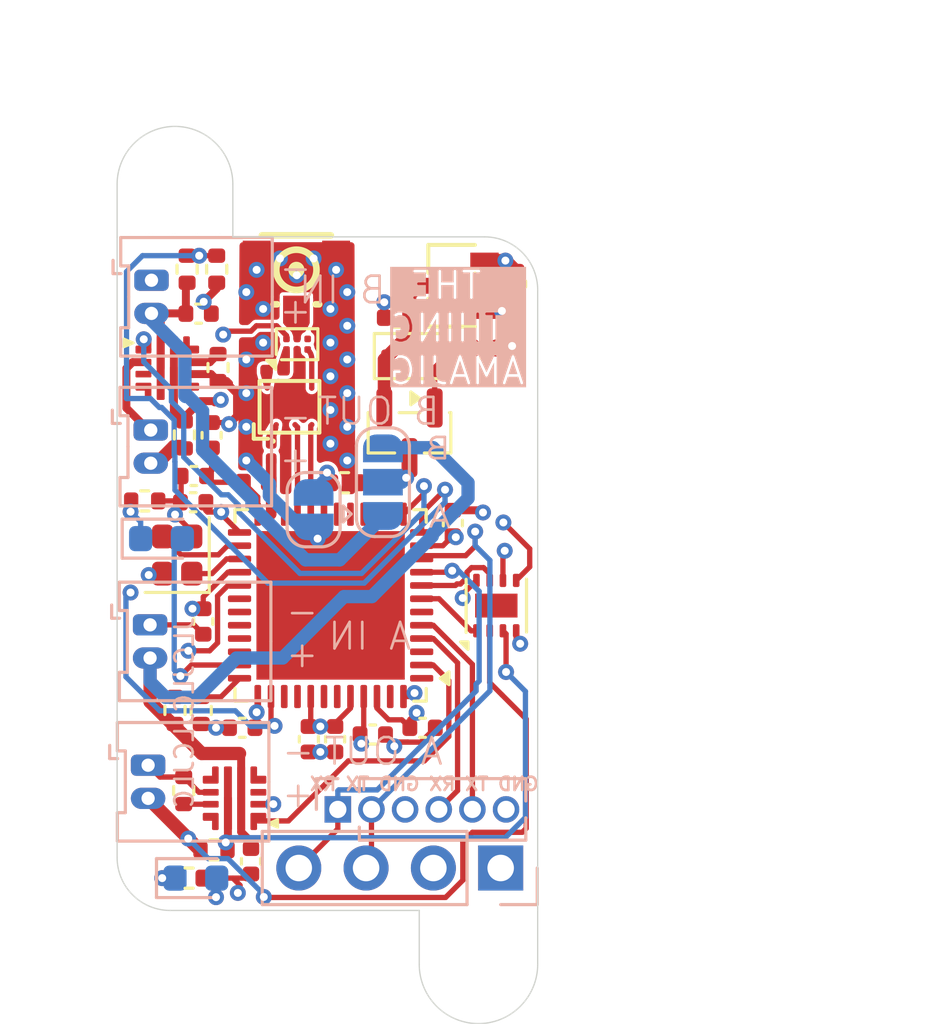
<source format=kicad_pcb>
(kicad_pcb (version 20241229) (generator "pcbnew") (generator_version "9.0")
  (layers (0 "F.Cu" signal) (4 "In1.Cu" signal) (6 "In2.Cu" signal) (2 "B.Cu" signal) (13 "F.Paste" user) (15 "B.Paste" user) (5 "F.SilkS" user "F.Silkscreen") (7 "B.SilkS" user "B.Silkscreen") (1 "F.Mask" user) (3 "B.Mask" user) (25 "Edge.Cuts" user))
  (net 0 "")
  (net 1 "GND")
  (net 2 "+3V3")
  (net 3 "Net-(U2-RFO_out)")
  (net 4 "Net-(D3-K)")
  (net 5 "+12VA")
  (net 6 "Net-(AE1-A)")
  (net 7 "/VFBSMPS")
  (net 8 "+12V")
  (net 9 "Net-(U3-RFO_HP)")
  (net 10 "Net-(D2-K)")
  (net 11 "Net-(JP1-C)")
  (net 12 "/VR_PA")
  (net 13 "/PWR B")
  (net 14 "/BOOTSEL")
  (net 15 "Net-(U2-RFI_P_out)")
  (net 16 "/PWR A")
  (net 17 "Net-(U6-ILM)")
  (net 18 "/LED INDICATION")
  (net 19 "Net-(U2-RFO_in)")
  (net 20 "/PWR A SENS")
  (net 21 "Net-(U5-ILM)")
  (net 22 "Net-(U2-RFI_N_out)")
  (net 25 "Net-(U1-RF2)")
  (net 28 "/OSC_IN")
  (net 36 "/OSC_OUT")
  (net 42 "/PRWA EN")
  (net 46 "/PWRB EN")
  (net 49 "Net-(D3-A)")
  (net 51 "/CURRENT SENSE A")
  (net 53 "/CAM1 TX")
  (net 54 "/CAM1 RX")
  (net 56 "Net-(D1-K)")
  (net 57 "/CAM2 RX")
  (net 58 "/CAM2 TX")
  (net 59 "/CURRENT SENSE B")
  (net 60 "/PWR B SENS")
  (net 61 "/BATT SENSE A")
  (net 62 "/BATT SENSE B")
  (net 63 "Net-(U1-RF1)")
  (net 68 "/RF CTRL")
  (footprint "Panelization:BreakLine_5h_D0.5mm_P0.85mm" (layer "F.Cu") (at 161.0868 119.4816)
    (property "Reference" "REF**" (hide yes))
    (property "Value" "BreakLine_5h_D0.5mm_P0.85mm" (hide yes))
  )
  (footprint "Capacitor_SMD:C_0402_1005Metric" (layer "F.Cu") (at 174.0134 121.6152 -90)
    (property "Reference" "C6" (hide yes))
    (property "Value" "1u")
  )
  (footprint "Resistor_SMD:R_0402_1005Metric" (layer "F.Cu") (at 161.4932 127.3048 -90)
    (property "Reference" "R3" (hide yes))
    (property "Value" "20m")
  )
  (footprint "Diode_SMD:D_SOD-323F" (layer "F.Cu") (at 170.2718 124.333)
    (property "Reference" "D3" (hide yes))
    (property "Value" "D_Zener")
  )
  (footprint "Capacitor_SMD:C_0201_0603Metric" (layer "F.Cu") (at 164.916 124.8651 180)
    (property "Reference" "C2" (hide yes))
    (property "Value" "68p")
  )
  (footprint "easyeda2kicad:CSPG-8_L2.1-W1.8_BALFHB-WL-03D3" (layer "F.Cu") (at 165.46 126.23 90)
    (property "Reference" "U2" (hide yes))
    (property "Value" "BALFHB-WL-02D3")
  )
  (footprint "Capacitor_SMD:C_0402_1005Metric" (layer "F.Cu") (at 171.6264 130.6274 90)
    (property "Reference" "C13" (hide yes))
    (property "Value" "100n")
  )
  (footprint "Capacitor_SMD:C_0402_1005Metric" (layer "F.Cu") (at 166.1908 138.7808 -90)
    (property "Reference" "C9" (hide yes))
    (property "Value" "100n")
  )
  (footprint ".pretty:SOT-23-3_L2.9-W1.6-P1.90-LS2.8-BR" (layer "F.Cu") (at 171.5796 121.6812)
    (property "Reference" "U4" (hide yes))
    (property "Value" "DS8242")
  )
  (footprint "easyeda2kicad:QFN-10-2x2-hotrod" (layer "F.Cu") (at 163.3862 141.0066 180)
    (property "Reference" "U5" (hide yes))
    (property "Value" "TPS25970LRPWR")
  )
  (footprint "Capacitor_SMD:C_0402_1005Metric" (layer "F.Cu") (at 162.0292 122.7328)
    (property "Reference" "C12" (hide yes))
    (property "Value" "1u")
  )
  (footprint "easyeda2kicad:QFN-10-2x2-hotrod" (layer "F.Cu") (at 160.8472 124.7866)
    (property "Reference" "U6" (hide yes))
    (property "Value" "TPS25970LRPWR")
  )
  (footprint "Resistor_SMD:R_0402_1005Metric" (layer "F.Cu") (at 172.845 124.0282)
    (property "Reference" "R10" (hide yes))
    (property "Value" "51k")
  )
  (footprint "Resistor_SMD:R_0402_1005Metric" (layer "F.Cu") (at 167.5384 129.1082 180)
    (property "Reference" "R4" (hide yes))
    (property "Value" "33k")
  )
  (footprint "Capacitor_SMD:C_0402_1005Metric" (layer "F.Cu") (at 163.6762 138.349 180)
    (property "Reference" "C8" (hide yes))
    (property "Value" "100n")
  )
  (footprint "Package_SON:WSON-8-1EP_2x2mm_P0.5mm_EP0.9x1.6mm" (layer "F.Cu") (at 173.2668 133.7412 90)
    (property "Reference" "U7" (hide yes))
    (property "Value" "INA2180")
  )
  (footprint "Resistor_SMD:R_0402_1005Metric" (layer "F.Cu") (at 161.671 144.018)
    (property "Reference" "R1" (hide yes))
    (property "Value" "1k")
  )
  (footprint "Capacitor_SMD:C_0402_1005Metric" (layer "F.Cu") (at 162.52 127.32 -90)
    (property "Reference" "C4" (hide yes))
    (property "Value" "47n")
  )
  (footprint "Resistor_SMD:R_0402_1005Metric" (layer "F.Cu") (at 161.4678 140.716 90)
    (property "Reference" "R6" (hide yes))
    (property "Value" "510")
  )
  (footprint "Capacitor_SMD:C_0402_1005Metric" (layer "F.Cu") (at 169.5176 122.8852 180)
    (property "Reference" "C5" (hide yes))
    (property "Value" "1u")
  )
  (footprint "Package_DFN_QFN:QFN-48-1EP_7x7mm_P0.5mm_EP5.6x5.6mm" (layer "F.Cu") (at 167.0121 133.733 180)
    (property "Reference" "U3" (hide yes))
    (property "Value" "STM32WLE4CCUx")
  )
  (footprint "Resistor_SMD:R_0402_1005Metric" (layer "F.Cu") (at 159.9946 129.794)
    (property "Reference" "R7" (hide yes))
    (property "Value" "1k")
  )
  (footprint "Resistor_SMD:R_0402_1005Metric" (layer "F.Cu") (at 162.1282 137.6954 -90)
    (property "Reference" "R9" (hide yes))
    (property "Value" "51k")
  )
  (footprint "Resistor_SMD:R_0402_1005Metric" (layer "F.Cu") (at 162.7632 124.7648 -90)
    (property "Reference" "R2" (hide yes))
    (property "Value" "510")
  )
  (footprint "Capacitor_SMD:C_0402_1005Metric" (layer "F.Cu") (at 161.8488 128.8542)
    (property "Reference" "C7" (hide yes))
    (property "Value" "47n")
  )
  (footprint "Resistor_SMD:R_0402_1005Metric" (layer "F.Cu") (at 162.7124 121.0564 -90)
    (property "Reference" "R24" (hide yes))
    (property "Value" "51k")
  )
  (footprint "Resistor_SMD:R_0402_1005Metric" (layer "F.Cu") (at 161.1376 137.6954 90)
    (property "Reference" "R8" (hide yes))
    (property "Value" "15k")
  )
  (footprint "Capacitor_SMD:C_0402_1005Metric" (layer "F.Cu") (at 168.6038 138.603)
    (property "Reference" "C18" (hide yes))
    (property "Value" "470n")
  )
  (footprint "Capacitor_SMD:C_0402_1005Metric" (layer "F.Cu") (at 162.2044 134.3406 -90)
    (property "Reference" "C11" (hide yes))
    (property "Value" "100n")
  )
  (footprint "Capacitor_SMD:C_0402_1005Metric" (layer "F.Cu") (at 170.4834 138.349)
    (property "Reference" "C14" (hide yes))
    (property "Value" "100n")
  )
  (footprint "Crystal:Crystal_SMD_2016-4Pin_2.0x1.6mm" (layer "F.Cu") (at 161.2212 131.8354 90)
    (property "Reference" "Y1" (hide yes))
    (property "Value" "32MHz")
  )
  (footprint ".pretty:ANT-SMD_1909763-1" (layer "F.Cu") (at 165.72 121.83 180)
    (property "Reference" "AE1" (hide yes))
    (property "Value" "Antenna_Shield")
  )
  (footprint "Capacitor_SMD:C_0402_1005Metric" (layer "F.Cu") (at 167.1814 138.7808 -90)
    (property "Reference" "C10" (hide yes))
    (property "Value" "100n")
  )
  (footprint "Resistor_SMD:R_0402_1005Metric" (layer "F.Cu") (at 161.5948 121.0564 90)
    (property "Reference" "R23" (hide yes))
    (property "Value" "15k")
  )
  (footprint "Inductor_SMD:L_0402_1005Metric" (layer "F.Cu") (at 164.19 129.09)
    (property "Reference" "L1" (hide yes))
    (property "Value" "47n")
  )
  (footprint "Package_LGA:Infineon_PG-TSNP-6-10_0.7x1.1mm_0.7x1.1mm_P0.4mm" (layer "F.Cu") (at 165.746 123.8851 90)
    (property "Reference" "U1" (hide yes))
    (property "Value" "BGS12P2L6")
  )
  (footprint "Capacitor_SMD:C_0402_1005Metric" (layer "F.Cu") (at 164.0078 143.383 -90)
    (property "Reference" "C1" (hide yes))
    (property "Value" "1u")
  )
  (footprint "Resistor_SMD:R_0402_1005Metric" (layer "F.Cu") (at 162.6108 142.9512 180)
    (property "Reference" "R5" (hide yes))
    (property "Value" "20m")
  )
  (footprint "Panelization:BreakLine_5h_D0.5mm_P0.85mm" (layer "F.Cu") (at 172.6184 145.5928 180)
    (property "Reference" "REF**" (hide yes))
    (property "Value" "BreakLine_5h_D0.5mm_P0.85mm" (hide yes))
  )
  (footprint "Package_TO_SOT_SMD:SOT-23" (layer "F.Cu") (at 169.99 127.2263 -90)
    (property "Reference" "Q1" (hide yes))
    (property "Value" "AO3401A")
  )
  (footprint "Capacitor_SMD:C_0201_0603Metric" (layer "F.Cu") (at 164.77 127.91 -90)
    (property "Reference" "C3" (hide yes))
    (property "Value" "100p")
  )
  (footprint "Capacitor_SMD:C_0402_1005Metric" (layer "F.Cu") (at 161.8234 129.8448 180)
    (property "Reference" "C22" (hide yes))
    (property "Value" "100n")
  )
  (footprint "Connector_PinHeader_1.27mm:PinHeader_1x06_P1.27mm_Vertical" (layer "B.Cu") (at 167.2844 141.4272 -90)
    (property "Reference" "J5" (hide yes))
    (property "Value" "Conn_01x06")
  )
  (footprint "Jumper:SolderJumper-3_P1.3mm_Open_RoundedPad1.0x1.5mm" (layer "B.Cu") (at 168.9862 129.0874 90)
    (property "Reference" "JP1" (hide yes))
    (property "Value" "Jumper")
  )
  (footprint "Connector_Molex:Molex_PicoBlade_53048-0210_1x02_P1.25mm_Horizontal" (layer "B.Cu") (at 160.2232 127.1216 -90)
    (property "Reference" "J3" (hide yes))
    (property "Value" "Power 1")
  )
  (footprint "Connector_Molex:Molex_PicoBlade_53048-0210_1x02_P1.25mm_Horizontal" (layer "B.Cu") (at 160.2504 121.4728 -90)
    (property "Reference" "J1" (hide yes))
    (property "Value" "Power 1")
  )
  (footprint "LED_SMD:LED_0603_1608Metric" (layer "B.Cu") (at 160.6296 131.2164)
    (property "Reference" "D2" (hide yes))
    (property "Value" "LED")
  )
  (footprint "LED_SMD:LED_0603_1608Metric" (layer "B.Cu") (at 161.925 144.018)
    (property "Reference" "D1" (hide yes))
    (property "Value" "LED")
  )
  (footprint "Connector_Molex:Molex_PicoBlade_53048-0210_1x02_P1.25mm_Horizontal" (layer "B.Cu") (at 160.1234 139.7608 -90)
    (property "Reference" "J7" (hide yes))
    (property "Value" "Power 1")
  )
  (footprint "Connector_Molex:Molex_PicoBlade_53048-0210_1x02_P1.25mm_Horizontal" (layer "B.Cu") (at 160.1978 134.4676 -90)
    (property "Reference" "J4" (hide yes))
    (property "Value" "Power 1")
  )
  (footprint "Jumper:SolderJumper-2_P1.3mm_Open_RoundedPad1.0x1.5mm" (layer "B.Cu") (at 166.37 130.1242 90)
    (property "Reference" "J6" (hide yes))
    (property "Value" "Conn_01x02")
  )
  (footprint "MountingHole:MountingHole_2.2mm_M2_DIN965" (layer "B.Cu") (at 172.6184 147.32)
    (property "Reference" "H2" (hide yes))
    (property "Value" "MountingHole")
  )
  (footprint "Connector_PinHeader_2.54mm:PinHeader_1x04_P2.54mm_Vertical" (layer "B.Cu") (at 173.4312 143.637 90)
    (property "Reference" "J2" (hide yes))
    (property "Value" "Conn_01x04")
  )
  (footprint "MountingHole:MountingHole_2.2mm_M2_DIN965" (layer "B.Cu") (at 161.1376 117.856)
    (property "Reference" "H1" (hide yes))
    (property "Value" "MountingHole")
  )
  (gr_line (start 163.322 119.8372) (end 163.322 117.856) (stroke (width 0.05)) (layer "Edge.Cuts"))
  (gr_arc (start 172.8282 119.8372) (mid 174.242414 120.422986) (end 174.8282 121.8372) (stroke (width 0.05)) (layer "Edge.Cuts"))
  (gr_arc (start 160.9532 145.2372) (mid 159.538986 144.651414) (end 158.9532 143.2372) (stroke (width 0.05)) (layer "Edge.Cuts"))
  (gr_arc (start 174.8282 147.2692) (mid 172.593 149.5044) (end 170.3578 147.2692) (stroke (width 0.05)) (layer "Edge.Cuts"))
  (gr_arc (start 158.9532 117.856) (mid 161.1376 115.6716) (end 163.322 117.856) (stroke (width 0.05)) (layer "Edge.Cuts"))
  (gr_line (start 172.8282 119.8372) (end 163.322 119.8372) (stroke (width 0.05)) (layer "Edge.Cuts"))
  (gr_line (start 158.9532 143.2372) (end 158.9532 119.8372) (stroke (width 0.05)) (layer "Edge.Cuts"))
  (gr_line (start 174.8282 145.2372) (end 174.8282 147.2692) (stroke (width 0.05)) (layer "Edge.Cuts"))
  (gr_line (start 170.3578 145.2372) (end 160.9532 145.2372) (stroke (width 0.05)) (layer "Edge.Cuts"))
  (gr_line (start 170.3578 145.2372) (end 170.3578 147.2692) (stroke (width 0.05)) (layer "Edge.Cuts"))
  (gr_line (start 158.9532 119.8372) (end 158.9532 117.856) (stroke (width 0.05)) (layer "Edge.Cuts"))
  (gr_line (start 174.8282 145.2372) (end 174.8282 121.8372) (stroke (width 0.05)) (layer "Edge.Cuts"))
  (gr_text "B IN" (at 169.164 122.428 0) (layer "B.SilkS") (effects (font (size 1 1) (thickness 0.1)) (justify left bottom mirror)))
  (gr_text "-\n+" (at 166.4744 141.4272 0) (layer "B.SilkS") (effects (font (size 1 1) (thickness 0.1)) (justify left bottom mirror)))
  (gr_text "GND TX RX GND TX RX " (at 174.926936 140.761917 0) (layer "B.SilkS") (effects (font (size 0.5 0.5) (thickness 0.1)) (justify left bottom mirror)))
  (gr_text "B\n\nA" (at 171.6278 130.8608 0) (layer "B.SilkS") (effects (font (size 0.8 1) (thickness 0.1)) (justify left bottom mirror)))
  (gr_text "A IN" (at 170.1292 135.4836 0) (layer "B.SilkS") (effects (font (size 1 1) (thickness 0.1)) (justify left bottom mirror)))
  (gr_text "-\n+" (at 166.624 136.144 0) (layer "B.SilkS") (effects (font (size 1 1) (thickness 0.1)) (justify left bottom mirror)))
  (gr_text "THE \nTHING\nAMAJIG\n" (at 169.164 125.476 0) (layer "B.SilkS" knockout) (effects (font (size 1 1) (thickness 0.1)) (justify right bottom mirror)))
  (gr_text "A OUT" (at 171.323 139.827 0) (layer "B.SilkS") (effects (font (size 1 1) (thickness 0.1)) (justify left bottom mirror)))
  (gr_text "-\n+" (at 166.37 123.19 0) (layer "B.SilkS") (effects (font (size 1 1) (thickness 0.1)) (justify left bottom mirror)))
  (gr_text "-\n+" (at 166.37 128.791745 0) (layer "B.SilkS") (effects (font (size 1 1) (thickness 0.1)) (justify left bottom mirror)))
  (gr_text "JLCJLCJLCJLC" (at 161.8978 134.112 90) (layer "B.SilkS") (effects (font (size 0.7 0.7) (thickness 0.1)) (justify left bottom mirror)))
  (gr_text "B OUT" (at 171.196 127 0) (layer "B.SilkS") (effects (font (size 1 1) (thickness 0.1)) (justify left bottom mirror)))
  (segment (start 163.322 144.018) (end 163.593324 144.289324) (width 0.2) (layer "F.Cu") (net 1))
  (segment (start 163.593324 144.289324) (end 163.593324 144.49328) (width 0.2) (layer "F.Cu") (net 1))
  (segment (start 162.5 125.0116) (end 162.7632 125.2748) (width 0.3) (layer "F.Cu") (net 1))
  (segment (start 162.7124 121.5664) (end 162.7124 121.79259) (width 0.3) (layer "F.Cu") (net 1))
  (segment (start 164.845582 141.2316) (end 164.849232 141.22795) (width 0.2) (layer "F.Cu") (net 1))
  (segment (start 166.1908 139.2608) (end 166.624 139.2608) (width 0.2) (layer "F.Cu") (net 1))
  (segment (start 163.083199 125.2748) (end 163.175836 125.367437) (width 0.3) (layer "F.Cu") (net 1))
  (segment (start 162.0434 140.7816) (end 162.4862 140.7816) (width 0.2) (layer "F.Cu") (net 1))
  (segment (start 159.9472 124.5616) (end 159.5374 124.5616) (width 0.3) (layer "F.Cu") (net 1))
  (segment (start 169.926 138.89) (end 170.4224 138.89) (width 0.2) (layer "F.Cu") (net 1))
  (segment (start 173.355 124.0282) (end 173.7868 124.0282) (width 0.2) (layer "F.Cu") (net 1))
  (segment (start 170.4224 138.89) (end 170.9634 138.349) (width 0.2) (layer "F.Cu") (net 1))
  (segment (start 161.3688 128.8542) (end 161.3688 129.8194) (width 0.2) (layer "F.Cu") (net 1))
  (segment (start 162.181 144.018) (end 163.322 144.018) (width 0.2) (layer "F.Cu") (net 1))
  (segment (start 163.175836 125.367437) (end 163.175836 125.44042) (width 0.3) (layer "F.Cu") (net 1))
  (segment (start 161.7472 125.0116) (end 162.5 125.0116) (width 0.3) (layer "F.Cu") (net 1))
  (segment (start 161.8514 134.4676) (end 162.2044 134.8206) (width 0.2) (layer "F.Cu") (net 1))
  (segment (start 163.8528 144.018) (end 164.0078 143.863) (width 0.2) (layer "F.Cu") (net 1))
  (segment (start 169.572654 138.89) (end 169.415758 139.046896) (width 0.2) (layer "F.Cu") (net 1))
  (segment (start 162.7632 125.2748) (end 163.083199 125.2748) (width 0.3) (layer "F.Cu") (net 1))
  (segment (start 163.1962 138.349) (end 162.2718 138.349) (width 0.2) (layer "F.Cu") (net 1))
  (segment (start 173.7718 122.3368) (end 174.0134 122.0952) (width 0.5) (layer "F.Cu") (net 1))
  (segment (start 169.0376 122.3016) (end 169.037 122.301) (width 0.3) (layer "F.Cu") (net 1))
  (segment (start 172.68149 130.1474) (end 172.764255 130.230165) (width 0.3) (layer "F.Cu") (net 1))
  (segment (start 163.480255 126.592585) (end 163.175836 126.897004) (width 0.3) (layer "F.Cu") (net 1))
  (segment (start 163.322 144.018) (end 163.8528 144.018) (width 0.2) (layer "F.Cu") (net 1))
  (segment (start 163.118832 126.84) (end 163.175836 126.897004) (width 0.2) (layer "F.Cu") (net 1))
  (segment (start 162.5092 122.569946) (end 162.222122 122.282868) (width 0.2) (layer "F.Cu") (net 1))
  (segment (start 162.7124 121.79259) (end 162.222122 122.282868) (width 0.3) (layer "F.Cu") (net 1))
  (segment (start 166.624 139.2608) (end 167.1814 139.2608) (width 0.2) (layer "F.Cu") (net 1))
  (segment (start 163.480255 125.744839) (end 163.480255 126.592585) (width 0.3) (layer "F.Cu") (net 1))
  (segment (start 159.5374 124.5616) (end 159.3042 124.7948) (width 0.3) (layer "F.Cu") (net 1))
  (segment (start 162.5092 122.7328) (end 162.5092 122.569946) (width 0.2) (layer "F.Cu") (net 1))
  (segment (start 170.0475 137.1705) (end 170.18 137.038) (width 0.2) (layer "F.Cu") (net 1))
  (segment (start 174.0168 134.6912) (end 174.0168 135.0288) (width 0.2) (layer "F.Cu") (net 1))
  (segment (start 160.6712 132.5354) (end 160.1996 132.5354) (width 0.2) (layer "F.Cu") (net 1))
  (segment (start 169.926 138.89) (end 169.572654 138.89) (width 0.2) (layer "F.Cu") (net 1))
  (segment (start 161.3688 129.8194) (end 161.3434 129.8448) (width 0.2) (layer "F.Cu") (net 1))
  (segment (start 160.1978 134.4676) (end 161.8514 134.4676) (width 0.2) (layer "F.Cu") (net 1))
  (segment (start 163.593324 144.49328) (end 163.510697 144.575907) (width 0.2) (layer "F.Cu") (net 1))
  (segment (start 161.4678 140.206) (end 162.0434 140.7816) (width 0.2) (layer "F.Cu") (net 1))
  (segment (start 161.2926 129.794) (end 161.3434 129.8448) (width 0.2) (layer "F.Cu") (net 1))
  (segment (start 160.5046 129.794) (end 161.2926 129.794) (width 0.2) (layer "F.Cu") (net 1))
  (segment (start 173.7868 124.0282) (end 173.863 123.952) (width 0.2) (layer "F.Cu") (net 1))
  (segment (start 164.2862 141.2316) (end 164.845582 141.2316) (width 0.2) (layer "F.Cu") (net 1))
  (segment (start 172.8196 122.6312) (end 173.4774 122.6312) (width 0.5) (layer "F.Cu") (net 1))
  (segment (start 161.4678 140.206) (end 160.5686 140.206) (width 0.2) (layer "F.Cu") (net 1))
  (segment (start 161.7712 130.94044) (end 161.140516 130.309755) (width 0.2) (layer "F.Cu") (net 1))
  (segment (start 162.2718 138.349) (end 162.1282 138.2054) (width 0.2) (layer "F.Cu") (net 1))
  (segment (start 163.175836 125.44042) (end 163.480255 125.744839) (width 0.3) (layer "F.Cu") (net 1))
  (segment (start 169.7621 137.1705) (end 170.0475 137.1705) (width 0.2) (layer "F.Cu") (net 1))
  (segment (start 169.3708 138.89) (end 169.926 138.89) (width 0.2) (layer "F.Cu") (net 1))
  (segment (start 160.1996 132.5354) (end 160.147 132.588) (width 0.2) (layer "F.Cu") (net 1))
  (segment (start 174.0168 135.0288) (end 174.1668 135.1788) (width 0.2) (layer "F.Cu") (net 1))
  (segment (start 160.5686 140.206) (end 160.1234 139.7608) (width 0.2) (layer "F.Cu") (net 1))
  (segment (start 159.3042 126.2924) (end 160.1234 127.1116) (width 0.3) (layer "F.Cu") (net 1))
  (segment (start 162.52 126.84) (end 163.118832 126.84) (width 0.2) (layer "F.Cu") (net 1))
  (segment (start 159.3042 124.7948) (end 159.3042 126.2924) (width 0.3) (layer "F.Cu") (net 1))
  (segment (start 173.4774 122.6312) (end 173.7718 122.3368) (width 0.5) (layer "F.Cu") (net 1))
  (segment (start 171.6264 130.1474) (end 172.68149 130.1474) (width 0.3) (layer "F.Cu") (net 1))
  (segment (start 169.0838 138.603) (end 169.3708 138.89) (width 0.2) (layer "F.Cu") (net 1))
  (segment (start 161.7712 131.1354) (end 161.7712 130.94044) (width 0.2) (layer "F.Cu") (net 1))
  (segment (start 169.0376 122.8852) (end 169.0376 122.3016) (width 0.3) (layer "F.Cu") (net 1))
  (via (at 163.175836 126.897004) (size 0.6) (drill 0.3) (layers "F.Cu" "B.Cu") (net 1))
  (via (at 166.37 120.65) (size 0.6) (drill 0.3) (layers "F.Cu" "B.Cu") (net 1))
  (via (at 167.64 121.92) (size 0.6) (drill 0.3) (layers "F.Cu" "B.Cu") (net 1))
  (via (at 162.687 138.349) (size 0.6) (drill 0.3) (layers "F.Cu" "B.Cu") (net 1))
  (via (at 163.83 127) (size 0.6) (drill 0.3) (layers "F.Cu" "B.Cu") (net 1))
  (via (at 163.83 125.73) (size 0.6) (drill 0.3) (layers "F.Cu" "B.Cu") (net 1))
  (via (at 167.64 125.73) (size 0.6) (drill 0.3) (layers "F.Cu" "B.Cu") (net 1))
  (via (at 167.005 127.635) (size 0.6) (drill 0.3) (layers "F.Cu" "B.Cu") (net 1))
  (via (at 160.147 132.588) (size 0.6) (drill 0.3) (layers "F.Cu" "B.Cu") (net 1))
  (via (at 170.18 137.038) (size 0.6) (drill 0.3) (layers "F.Cu" "B.Cu") (net 1))
  (via (at 167.005 122.555) (size 0.6) (drill 0.3) (layers "F.Cu" "B.Cu") (net 1))
  (via (at 167.64 127) (size 0.6) (drill 0.3) (layers "F.Cu" "B.Cu") (net 1))
  (via (at 167.64 124.46) (size 0.6) (drill 0.3) (layers "F.Cu" "B.Cu") (net 1))
  (via (at 166.624 139.2608) (size 0.6) (drill 0.3) (layers "F.Cu" "B.Cu") (net 1))
  (via (at 167.64 123.19) (size 0.6) (drill 0.3) (layers "F.Cu" "B.Cu") (net 1))
  (via (at 169.415758 139.046896) (size 0.6) (drill 0.3) (layers "F.Cu" "B.Cu") (net 1))
  (via (at 161.140516 130.309755) (size 0.6) (drill 0.3) (layers "F.Cu" "B.Cu") (net 1))
  (via (at 164.465 122.555) (size 0.6) (drill 0.3) (layers "F.Cu" "B.Cu") (net 1))
  (via (at 173.863 123.952) (size 0.6) (drill 0.3) (layers "F.Cu" "B.Cu") (net 1))
  (via (at 164.465 123.825) (size 0.6) (drill 0.3) (layers "F.Cu" "B.Cu") (net 1))
  (via (at 163.510697 144.575907) (size 0.6) (drill 0.3) (layers "F.Cu" "B.Cu") (net 1))
  (via (at 164.849232 141.22795) (size 0.6) (drill 0.3) (layers "F.Cu" "B.Cu") (net 1))
  (via (at 174.1668 135.1788) (size 0.6) (drill 0.3) (layers "F.Cu" "B.Cu") (net 1))
  (via (at 167.22 121.08) (size 0.6) (drill 0.3) (layers "F.Cu" "B.Cu") (net 1))
  (via (at 169.037 122.301) (size 0.6) (drill 0.3) (layers "F.Cu" "B.Cu") (net 1))
  (via (at 173.4774 122.6312) (size 0.6) (drill 0.3) (layers "F.Cu" "B.Cu") (net 1))
  (via (at 167.005 126.365) (size 0.6) (drill 0.3) (layers "F.Cu" "B.Cu") (net 1))
  (via (at 163.83 128.27) (size 0.6) (drill 0.3) (layers "F.Cu" "B.Cu") (net 1))
  (via (at 163.83 124.46) (size 0.6) (drill 0.3) (layers "F.Cu" "B.Cu") (net 1))
  (via (at 162.222122 122.282868) (size 0.6) (drill 0.3) (layers "F.Cu" "B.Cu") (net 1))
  (via (at 163.83 121.92) (size 0.6) (drill 0.3) (layers "F.Cu" "B.Cu") (net 1))
  (via (at 165.735 121.285) (size 0.6) (drill 0.3) (layers "F.Cu" "B.Cu") (net 1))
  (via (at 167.005 125.095) (size 0.6) (drill 0.3) (layers "F.Cu" "B.Cu") (net 1))
  (via (at 167.64 128.27) (size 0.6) (drill 0.3) (layers "F.Cu" "B.Cu") (net 1))
  (via (at 164.22 121.08) (size 0.6) (drill 0.3) (layers "F.Cu" "B.Cu") (net 1))
  (via (at 165.1 120.65) (size 0.6) (drill 0.3) (layers "F.Cu" "B.Cu") (net 1))
  (via (at 167.005 123.825) (size 0.6) (drill 0.3) (layers "F.Cu" "B.Cu") (net 1))
  (via (at 166.5224 131.2164) (size 0.6) (drill 0.3) (layers "F.Cu" "B.Cu") (net 1))
  (via (at 172.764255 130.230165) (size 0.6) (drill 0.3) (layers "F.Cu" "B.Cu") (net 1))
  (segment (start 164.701551 129.141551) (end 163.83 128.27) (width 0.5) (layer "B.Cu") (net 1))
  (segment (start 166.37 130.7742) (end 166.37 131.064) (width 0.5) (layer "B.Cu") (net 1))
  (segment (start 166.37 131.064) (end 166.5224 131.2164) (width 0.5) (layer "B.Cu") (net 1))
  (segment (start 166.37 130.7742) (end 165.874112 130.7742) (width 0.5) (layer "B.Cu") (net 1))
  (segment (start 164.701551 129.601639) (end 164.701551 129.141551) (width 0.5) (layer "B.Cu") (net 1))
  (segment (start 165.874112 130.7742) (end 164.701551 129.601639) (width 0.5) (layer "B.Cu") (net 1))
  (segment (start 164.2621 138.2431) (end 164.1562 138.349) (width 0.2) (layer "F.Cu") (net 2))
  (segment (start 161.8006 133.8606) (end 161.798 133.858) (width 0.2) (layer "F.Cu") (net 2))
  (segment (start 167.069299 138.3008) (end 167.7621 137.607999) (width 0.2) (layer "F.Cu") (net 2))
  (segment (start 166.2621 137.1705) (end 166.2621 138.2295) (width 0.2) (layer "F.Cu") (net 2))
  (segment (start 171.998783 133.309217) (end 171.998783 133.456769) (width 0.2) (layer "F.Cu") (net 2))
  (segment (start 171.648053 131.085747) (end 171.658304 131.085747) (width 0.2) (layer "F.Cu") (net 2))
  (segment (start 169.203101 138.049) (end 169.7034 138.049) (width 0.2) (layer "F.Cu") (net 2))
  (segment (start 171.2508 131.483) (end 171.6264 131.1074) (width 0.2) (layer "F.Cu") (net 2))
  (segment (start 166.624 138.3008) (end 166.1908 138.3008) (width 0.2) (layer "F.Cu") (net 2))
  (segment (start 172.5168 132.7912) (end 171.998783 133.309217) (width 0.2) (layer "F.Cu") (net 2))
  (segment (start 166.624 138.3008) (end 167.069299 138.3008) (width 0.2) (layer "F.Cu") (net 2))
  (segment (start 162.2044 133.8606) (end 162.2044 133.415701) (width 0.2) (layer "F.Cu") (net 2))
  (segment (start 168.7621 137.607999) (end 169.203101 138.049) (width 0.2) (layer "F.Cu") (net 2))
  (segment (start 162.2044 133.8606) (end 161.8006 133.8606) (width 0.2) (layer "F.Cu") (net 2))
  (segment (start 170.0034 138.349) (end 170.0034 138.037951) (width 0.2) (layer "F.Cu") (net 2))
  (segment (start 173.6094 120.7312) (end 174.0134 121.1352) (width 0.5) (layer "F.Cu") (net 2))
  (segment (start 164.2621 137.1705) (end 164.2621 138.2431) (width 0.2) (layer "F.Cu") (net 2))
  (segment (start 168.7621 137.1705) (end 168.7621 137.607999) (width 0.2) (layer "F.Cu") (net 2))
  (segment (start 172.8196 120.7312) (end 173.6094 120.7312) (width 0.5) (layer "F.Cu") (net 2))
  (segment (start 162.3034 129.8448) (end 162.3034 130.154799) (width 0.2) (layer "F.Cu") (net 2))
  (segment (start 167.7621 137.607999) (end 167.7621 137.1705) (width 0.2) (layer "F.Cu") (net 2))
  (segment (start 162.3034 130.154799) (end 162.360912 130.212311) (width 0.2) (layer "F.Cu") (net 2))
  (segment (start 162.2044 133.415701) (end 163.137101 132.483) (width 0.2) (layer "F.Cu") (net 2))
  (segment (start 162.360912 130.212311) (end 162.881551 130.212311) (width 0.2) (layer "F.Cu") (net 2))
  (segment (start 170.0034 138.037951) (end 170.257721 137.78363) (width 0.2) (layer "F.Cu") (net 2))
  (segment (start 171.658304 131.085747) (end 171.736506 131.163949) (width 0.2) (layer "F.Cu") (net 2))
  (segment (start 171.6264 131.1074) (end 171.648053 131.085747) (width 0.2) (layer "F.Cu") (net 2))
  (segment (start 163.5746 130.983) (end 162.881551 130.289951) (width 0.2) (layer "F.Cu") (net 2))
  (segment (start 170.4496 131.483) (end 171.2508 131.483) (width 0.2) (layer "F.Cu") (net 2))
  (segment (start 163.137101 132.483) (end 163.5746 132.483) (width 0.2) (layer "F.Cu") (net 2))
  (segment (start 169.7034 138.049) (end 170.0034 138.349) (width 0.2) (layer "F.Cu") (net 2))
  (segment (start 162.881551 130.289951) (end 162.881551 130.212311) (width 0.2) (layer "F.Cu") (net 2))
  (segment (start 166.2621 138.2295) (end 166.1908 138.3008) (width 0.2) (layer "F.Cu") (net 2))
  (via (at 171.998783 133.456769) (size 0.6) (drill 0.3) (layers "F.Cu" "B.Cu") (net 2))
  (via (at 164.220177 137.763124) (size 0.6) (drill 0.3) (layers "F.Cu" "B.Cu") (net 2))
  (via (at 161.798 133.858) (size 0.6) (drill 0.3) (layers "F.Cu" "B.Cu") (net 2))
  (via (at 173.6094 120.7312) (size 0.6) (drill 0.3) (layers "F.Cu" "B.Cu") (net 2))
  (via (at 171.736506 131.163949) (size 0.6) (drill 0.3) (layers "F.Cu" "B.Cu") (net 2))
  (via (at 170.257721 137.78363) (size 0.6) (drill 0.3) (layers "F.Cu" "B.Cu") (net 2))
  (via (at 162.687 144.7372) (size 0.6) (drill 0.3) (layers "F.Cu" "B.Cu") (net 2))
  (via (at 166.624 138.3008) (size 0.6) (drill 0.3) (layers "F.Cu" "B.Cu") (net 2))
  (via (at 162.881551 130.212311) (size 0.6) (drill 0.3) (layers "F.Cu" "B.Cu") (net 2))
  (segment (start 162.7125 144.7117) (end 162.687 144.7372) (width 0.2) (layer "B.Cu") (net 2))
  (segment (start 162.7125 144.018) (end 162.7125 144.7117) (width 0.2) (layer "B.Cu") (net 2))
  (segment (start 169.04 126.2888) (end 169.04 124.4648) (width 0.5) (layer "F.Cu") (net 4))
  (segment (start 169.04 124.4648) (end 169.1718 124.333) (width 0.5) (layer "F.Cu") (net 4))
  (segment (start 169.9976 122.8852) (end 169.9976 122.0232) (width 0.5) (layer "F.Cu") (net 4))
  (segment (start 169.1718 124.333) (end 169.9976 123.5072) (width 0.5) (layer "F.Cu") (net 4))
  (segment (start 169.9976 123.5072) (end 169.9976 122.8852) (width 0.5) (layer "F.Cu") (net 4))
  (segment (start 169.9976 122.0232) (end 170.3396 121.6812) (width 0.5) (layer "F.Cu") (net 4))
  (segment (start 163.6362 141.0066) (end 163.6362 142.277044) (width 0.3) (layer "F.Cu") (net 5))
  (segment (start 163.6362 139.3792) (end 163.576 139.319) (width 0.3) (layer "F.Cu") (net 5))
  (segment (start 160.1978 135.7176) (end 160.1978 137.370902) (width 0.5) (layer "F.Cu") (net 5))
  (segment (start 163.6362 142.277044) (end 164.0078 142.648644) (width 0.3) (layer "F.Cu") (net 5))
  (segment (start 164.0078 142.648644) (end 164.0078 142.903) (width 0.3) (layer "F.Cu") (net 5))
  (segment (start 162.145898 139.319) (end 163.576 139.319) (width 0.5) (layer "F.Cu") (net 5))
  (segment (start 163.6362 141.0066) (end 163.6362 139.3792) (width 0.3) (layer "F.Cu") (net 5))
  (segment (start 160.1978 137.370902) (end 162.145898 139.319) (width 0.5) (layer "F.Cu") (net 5))
  (segment (start 160.7782 137.198) (end 161.976971 137.198) (width 0.5) (layer "B.Cu") (net 5))
  (segment (start 170.848053 131.122443) (end 170.848053 131.046773) (width 0.5) (layer "B.Cu") (net 5))
  (segment (start 161.976971 137.198) (end 163.457371 135.7176) (width 0.5) (layer "B.Cu") (net 5))
  (segment (start 170.878774 127.7874) (end 168.9862 127.7874) (width 0.5) (layer "B.Cu") (net 5))
  (segment (start 163.457371 135.7176) (end 165.20142 135.7176) (width 0.5) (layer "B.Cu") (net 5))
  (segment (start 168.567696 133.4028) (end 170.848053 131.122443) (width 0.5) (layer "B.Cu") (net 5))
  (segment (start 160.1978 135.7176) (end 160.1978 136.6176) (width 0.5) (layer "B.Cu") (net 5))
  (segment (start 167.51622 133.4028) (end 168.567696 133.4028) (width 0.5) (layer "B.Cu") (net 5))
  (segment (start 165.20142 135.7176) (end 167.51622 133.4028) (width 0.5) (layer "B.Cu") (net 5))
  (segment (start 170.848053 131.046773) (end 172.199564 129.695262) (width 0.5) (layer "B.Cu") (net 5))
  (segment (start 160.1978 136.6176) (end 160.7782 137.198) (width 0.5) (layer "B.Cu") (net 5))
  (segment (start 172.199564 129.695262) (end 172.199564 129.10819) (width 0.5) (layer "B.Cu") (net 5))
  (segment (start 172.199564 129.10819) (end 170.878774 127.7874) (width 0.5) (layer "B.Cu") (net 5))
  (segment (start 168.1238 138.603) (end 168.1238 138.900129) (width 0.2) (layer "F.Cu") (net 7))
  (segment (start 162.7454 135.1458) (end 162.445811 135.445389) (width 0.2) (layer "F.Cu") (net 7))
  (segment (start 162.445811 135.445389) (end 161.644457 135.445389) (width 0.2) (layer "F.Cu") (net 7))
  (segment (start 163.137101 132.983) (end 162.7454 133.374701) (width 0.2) (layer "F.Cu") (net 7))
  (segment (start 168.2621 137.1705) (end 168.2621 138.4647) (width 0.2) (layer "F.Cu") (net 7))
  (segment (start 168.2621 138.4647) (end 168.1238 138.603) (width 0.2) (layer "F.Cu") (net 7))
  (segment (start 163.5746 132.983) (end 163.137101 132.983) (width 0.2) (layer "F.Cu") (net 7))
  (segment (start 162.7454 133.374701) (end 162.7454 135.1458) (width 0.2) (layer "F.Cu") (net 7))
  (segment (start 168.1238 138.900129) (end 168.172071 138.9484) (width 0.2) (layer "F.Cu") (net 7))
  (via (at 168.172071 138.9484) (size 0.6) (drill 0.3) (layers "F.Cu" "B.Cu") (net 7))
  (via (at 161.644457 135.445389) (size 0.6) (drill 0.3) (layers "F.Cu" "B.Cu") (net 7))
  (segment (start 161.5392 122.7228) (end 161.5492 122.7328) (width 0.3) (layer "F.Cu") (net 8))
  (segment (start 161.5492 121.612) (end 161.5948 121.5664) (width 0.3) (layer "F.Cu") (net 8))
  (segment (start 160.5972 123.0696) (end 160.5972 124.7866) (width 0.3) (layer "F.Cu") (net 8))
  (segment (start 160.2504 122.7228) (end 161.5392 122.7228) (width 0.3) (layer "F.Cu") (net 8))
  (segment (start 161.5492 122.7328) (end 161.5492 121.612) (width 0.3) (layer "F.Cu") (net 8))
  (segment (start 160.2504 122.7228) (end 160.5972 123.0696) (width 0.3) (layer "F.Cu") (net 8))
  (segment (start 164.041551 129.991171) (end 164.041551 129.731824) (width 0.5) (layer "B.Cu") (net 8))
  (segment (start 162.180799 127.871072) (end 162.180799 126.398061) (width 0.5) (layer "B.Cu") (net 8))
  (segment (start 167.3572 132.0164) (end 166.06678 132.0164) (width 0.5) (layer "B.Cu") (net 8))
  (segment (start 164.041551 129.731824) (end 162.180799 127.871072) (width 0.5) (layer "B.Cu") (net 8))
  (segment (start 161.5144 124.2368) (end 160.2504 122.9728) (width 0.5) (layer "B.Cu") (net 8))
  (segment (start 162.180799 126.398061) (end 161.637938 125.8552) (width 0.5) (layer "B.Cu") (net 8))
  (segment (start 161.637938 125.8552) (end 161.536339 125.8552) (width 0.5) (layer "B.Cu") (net 8))
  (segment (start 166.06678 132.0164) (end 164.041551 129.991171) (width 0.5) (layer "B.Cu") (net 8))
  (segment (start 168.9862 130.3874) (end 167.3572 132.0164) (width 0.5) (layer "B.Cu") (net 8))
  (segment (start 161.536339 125.8552) (end 161.5144 125.833261) (width 0.5) (layer "B.Cu") (net 8))
  (segment (start 160.2504 122.9728) (end 160.2504 122.7228) (width 0.5) (layer "B.Cu") (net 8))
  (segment (start 161.5144 125.833261) (end 161.5144 124.2368) (width 0.5) (layer "B.Cu") (net 8))
  (segment (start 164.77 130.2955) (end 164.77 128.23) (width 0.4) (layer "F.Cu") (net 9))
  (via (at 159.4612 130.2004) (size 0.6) (drill 0.3) (layers "F.Cu" "B.Cu") (net 10))
  (segment (start 159.8421 131.2164) (end 159.8421 130.5813) (width 0.2) (layer "B.Cu") (net 10))
  (segment (start 159.8421 130.5813) (end 159.4612 130.2004) (width 0.2) (layer "B.Cu") (net 10))
  (via (at 169.864332 128.920997) (size 0.6) (drill 0.3) (layers "F.Cu" "B.Cu") (net 11))
  (segment (start 169.697929 129.0874) (end 169.864332 128.920997) (width 0.5) (layer "B.Cu") (net 11))
  (segment (start 168.9862 129.0874) (end 169.697929 129.0874) (width 0.5) (layer "B.Cu") (net 11))
  (segment (start 162.52 127.8) (end 162.52 128.663) (width 0.2) (layer "F.Cu") (net 12))
  (segment (start 162.52 128.663) (end 162.3288 128.8542) (width 0.2) (layer "F.Cu") (net 12))
  (segment (start 163.705 129.09) (end 162.5646 129.09) (width 0.2) (layer "F.Cu") (net 12))
  (segment (start 164.2621 130.2955) (end 164.2621 129.6471) (width 0.2) (layer "F.Cu") (net 12))
  (segment (start 162.5646 129.09) (end 162.3288 128.8542) (width 0.2) (layer "F.Cu") (net 12))
  (segment (start 164.2621 129.6471) (end 163.705 129.09) (width 0.2) (layer "F.Cu") (net 12))
  (segment (start 173.5168 131.7404) (end 173.5836 131.6736) (width 0.2) (layer "F.Cu") (net 13))
  (segment (start 160.1234 128.3616) (end 160.478401 128.3616) (width 0.5) (layer "F.Cu") (net 13))
  (segment (start 161.100001 127.74) (end 161.42 127.74) (width 0.5) (layer "F.Cu") (net 13))
  (segment (start 160.478401 128.3616) (end 161.100001 127.74) (width 0.5) (layer "F.Cu") (net 13))
  (segment (start 173.5168 132.7912) (end 173.5168 131.7404) (width 0.2) (layer "F.Cu") (net 13))
  (via (at 173.5836 131.6736) (size 0.6) (drill 0.3) (layers "F.Cu" "B.Cu") (net 13))
  (segment (start 166.7621 129.3745) (end 167.0284 129.1082) (width 0.2) (layer "F.Cu") (net 14))
  (segment (start 166.7621 130.2955) (end 166.7621 129.3745) (width 0.2) (layer "F.Cu") (net 14))
  (via (at 166.878 128.7272) (size 0.6) (drill 0.3) (layers "F.Cu" "B.Cu") (net 14))
  (segment (start 166.37 129.4742) (end 166.37 129.2352) (width 0.2) (layer "B.Cu") (net 14))
  (segment (start 166.37 129.2352) (end 166.878 128.7272) (width 0.2) (layer "B.Cu") (net 14))
  (segment (start 166.2621 126.9579) (end 166.3 126.92) (width 0.2) (layer "F.Cu") (net 15))
  (segment (start 166.2621 130.2955) (end 166.2621 126.9579) (width 0.2) (layer "F.Cu") (net 15))
  (segment (start 161.6388 142.5262) (end 160.1234 141.0108) (width 0.5) (layer "F.Cu") (net 16))
  (segment (start 171.351392 144.748) (end 164.5092 144.748) (width 0.2) (layer "F.Cu") (net 16))
  (segment (start 162.0638 142.9512) (end 162.1008 142.9512) (width 0.5) (layer "F.Cu") (net 16))
  (segment (start 161.6388 142.5262) (end 162.0638 142.9512) (width 0.5) (layer "F.Cu") (net 16))
  (segment (start 174.244 142.2908) (end 172.3644 142.2908) (width 0.2) (layer "F.Cu") (net 16))
  (segment (start 173.482 137.1092) (end 174.3954 138.0226) (width 0.2) (layer "F.Cu") (net 16))
  (segment (start 173.0168 136.644) (end 173.482 137.1092) (width 0.2) (layer "F.Cu") (net 16))
  (segment (start 174.3954 142.1394) (end 174.244 142.2908) (width 0.2) (layer "F.Cu") (net 16))
  (segment (start 172.0022 142.653) (end 172.0022 144.097192) (width 0.2) (layer "F.Cu") (net 16))
  (segment (start 172.3644 142.2908) (end 172.0022 142.653) (width 0.2) (layer "F.Cu") (net 16))
  (segment (start 172.0022 144.097192) (end 171.351392 144.748) (width 0.2) (layer "F.Cu") (net 16))
  (segment (start 164.5092 144.748) (end 164.4904 144.7292) (width 0.2) (layer "F.Cu") (net 16))
  (segment (start 173.0168 134.6912) (end 173.0168 136.644) (width 0.2) (layer "F.Cu") (net 16))
  (segment (start 174.3954 138.0226) (end 174.3954 142.1394) (width 0.2) (layer "F.Cu") (net 16))
  (via (at 161.6388 142.5262) (size 0.6) (drill 0.3) (layers "F.Cu" "B.Cu") (net 16))
  (via (at 164.4904 144.7292) (size 0.6) (drill 0.3) (layers "F.Cu" "B.Cu") (net 16))
  (segment (start 162.3946 143.282) (end 161.6388 142.5262) (width 0.2) (layer "B.Cu") (net 16))
  (segment (start 164.4904 144.63637) (end 163.13603 143.282) (width 0.2) (layer "B.Cu") (net 16))
  (segment (start 164.4904 144.7292) (end 164.4904 144.63637) (width 0.2) (layer "B.Cu") (net 16))
  (segment (start 163.13603 143.282) (end 162.3946 143.282) (width 0.2) (layer "B.Cu") (net 16))
  (segment (start 161.7472 124.5616) (end 162.4564 124.5616) (width 0.3) (layer "F.Cu") (net 17))
  (segment (start 162.4564 124.5616) (end 162.7632 124.2548) (width 0.3) (layer "F.Cu") (net 17))
  (segment (start 163.5746 135.983) (end 161.7558 135.983) (width 0.2) (layer "F.Cu") (net 18))
  (segment (start 161.7558 135.983) (end 161.3408 136.398) (width 0.2) (layer "F.Cu") (net 18))
  (via (at 161.3408 136.398) (size 0.6) (drill 0.3) (layers "F.Cu" "B.Cu") (net 18))
  (segment (start 161.1088 131.5247) (end 161.4171 131.2164) (width 0.2) (layer "B.Cu") (net 18))
  (segment (start 161.3408 136.398) (end 161.1088 136.166) (width 0.2) (layer "B.Cu") (net 18))
  (segment (start 161.1088 136.166) (end 161.1088 131.5247) (width 0.2) (layer "B.Cu") (net 18))
  (segment (start 163.1362 142.9358) (end 163.1208 142.9512) (width 0.3) (layer "F.Cu") (net 20))
  (segment (start 163.1362 141.0066) (end 163.1362 142.9358) (width 0.3) (layer "F.Cu") (net 20))
  (segment (start 173.6344 136.2456) (end 173.6344 134.8088) (width 0.2) (layer "F.Cu") (net 20))
  (segment (start 173.6344 134.8088) (end 173.5168 134.6912) (width 0.2) (layer "F.Cu") (net 20))
  (via (at 163.053526 142.672435) (size 0.6) (drill 0.3) (layers "F.Cu" "B.Cu") (net 20))
  (via (at 173.6344 136.2456) (size 0.6) (drill 0.3) (layers "F.Cu" "B.Cu") (net 20))
  (segment (start 173.601391 142.494) (end 163.231961 142.494) (width 0.2) (layer "B.Cu") (net 20))
  (segment (start 174.3654 136.9766) (end 174.3654 141.729991) (width 0.2) (layer "B.Cu") (net 20))
  (segment (start 173.6344 136.2456) (end 174.3654 136.9766) (width 0.2) (layer "B.Cu") (net 20))
  (segment (start 174.3654 141.729991) (end 173.601391 142.494) (width 0.2) (layer "B.Cu") (net 20))
  (segment (start 163.231961 142.494) (end 163.053526 142.672435) (width 0.2) (layer "B.Cu") (net 20))
  (segment (start 162.4862 141.2316) (end 161.4734 141.2316) (width 0.2) (layer "F.Cu") (net 21))
  (segment (start 161.4734 141.2316) (end 161.4678 141.226) (width 0.2) (layer "F.Cu") (net 21))
  (segment (start 165.7621 130.2955) (end 165.7621 127.0121) (width 0.2) (layer "F.Cu") (net 22))
  (segment (start 165.7621 127.0121) (end 165.67 126.92) (width 0.2) (layer "F.Cu") (net 22))
  (segment (start 160.6712 131.1354) (end 161.3618 131.826) (width 0.2) (layer "F.Cu") (net 28))
  (segment (start 163.12021 131.483) (end 163.5746 131.483) (width 0.2) (layer "F.Cu") (net 28))
  (segment (start 161.3618 131.826) (end 162.77721 131.826) (width 0.2) (layer "F.Cu") (net 28))
  (segment (start 162.77721 131.826) (end 163.12021 131.483) (width 0.2) (layer "F.Cu") (net 28))
  (segment (start 163.0869 131.983) (end 163.5746 131.983) (width 0.2) (layer "F.Cu") (net 36))
  (segment (start 162.5345 132.5354) (end 163.0869 131.983) (width 0.2) (layer "F.Cu") (net 36))
  (segment (start 161.7712 132.5354) (end 162.5345 132.5354) (width 0.2) (layer "F.Cu") (net 36))
  (segment (start 167.682354 139.5984) (end 170.552554 139.5984) (width 0.2) (layer "F.Cu") (net 42))
  (segment (start 164.2912 141.8616) (end 165.419154 141.8616) (width 0.2) (layer "F.Cu") (net 42))
  (segment (start 164.1362 141.7066) (end 164.2912 141.8616) (width 0.2) (layer "F.Cu") (net 42))
  (segment (start 171.4744 138.676554) (end 171.4744 136.570301) (width 0.2) (layer "F.Cu") (net 42))
  (segment (start 170.552554 139.5984) (end 171.4744 138.676554) (width 0.2) (layer "F.Cu") (net 42))
  (segment (start 170.887099 135.983) (end 170.4496 135.983) (width 0.2) (layer "F.Cu") (net 42))
  (segment (start 171.4744 136.570301) (end 170.887099 135.983) (width 0.2) (layer "F.Cu") (net 42))
  (segment (start 165.419154 141.8616) (end 167.682354 139.5984) (width 0.2) (layer "F.Cu") (net 42))
  (segment (start 159.9588 123.9482) (end 159.9588 123.698) (width 0.3) (layer "F.Cu") (net 46))
  (segment (start 170.5356 129.2352) (end 170.5356 129.522) (width 0.2) (layer "F.Cu") (net 46))
  (segment (start 170.5356 129.522) (end 169.7621 130.2955) (width 0.2) (layer "F.Cu") (net 46))
  (segment (start 160.0972 124.0866) (end 159.9588 123.9482) (width 0.3) (layer "F.Cu") (net 46))
  (via (at 170.5356 129.2352) (size 0.6) (drill 0.3) (layers "F.Cu" "B.Cu") (net 46))
  (via (at 159.9588 123.698) (size 0.6) (drill 0.3) (layers "F.Cu" "B.Cu") (net 46))
  (segment (start 163.150374 129.563311) (end 162.891027 129.563311) (width 0.2) (layer "B.Cu") (net 46))
  (segment (start 161.0034 125.5958) (end 159.9588 124.5512) (width 0.2) (layer "B.Cu") (net 46))
  (segment (start 165.854117 132.5264) (end 163.530551 130.202834) (width 0.2) (layer "B.Cu") (net 46))
  (segment (start 162.891027 129.563311) (end 161.4676 128.139883) (width 0.2) (layer "B.Cu") (net 46))
  (segment (start 168.180488 132.5264) (end 165.854117 132.5264) (width 0.2) (layer "B.Cu") (net 46))
  (segment (start 161.4676 126.50771) (end 161.0034 126.04351) (width 0.2) (layer "B.Cu") (net 46))
  (segment (start 163.530551 129.943488) (end 163.150374 129.563311) (width 0.2) (layer "B.Cu") (net 46))
  (segment (start 161.4676 128.139883) (end 161.4676 126.50771) (width 0.2) (layer "B.Cu") (net 46))
  (segment (start 161.0034 126.04351) (end 161.0034 125.5958) (width 0.2) (layer "B.Cu") (net 46))
  (segment (start 170.5356 129.2352) (end 170.5356 130.171288) (width 0.2) (layer "B.Cu") (net 46))
  (segment (start 163.530551 130.202834) (end 163.530551 129.943488) (width 0.2) (layer "B.Cu") (net 46))
  (segment (start 159.9588 124.5512) (end 159.9588 123.698) (width 0.2) (layer "B.Cu") (net 46))
  (segment (start 170.5356 130.171288) (end 168.180488 132.5264) (width 0.2) (layer "B.Cu") (net 46))
  (segment (start 170.94 126.2888) (end 170.94 124.7648) (width 0.2) (layer "F.Cu") (net 49))
  (segment (start 171.6766 124.0282) (end 171.3718 124.333) (width 0.2) (layer "F.Cu") (net 49))
  (segment (start 172.335 124.0282) (end 171.6766 124.0282) (width 0.2) (layer "F.Cu") (net 49))
  (segment (start 170.94 124.7648) (end 171.3718 124.333) (width 0.2) (layer "F.Cu") (net 49))
  (segment (start 171.105775 133.483) (end 170.4496 133.483) (width 0.2) (layer "F.Cu") (net 51))
  (segment (start 172.313975 134.6912) (end 171.105775 133.483) (width 0.2) (layer "F.Cu") (net 51))
  (segment (start 172.5168 134.6912) (end 172.313975 134.6912) (width 0.2) (layer "F.Cu") (net 51))
  (segment (start 170.4496 131.983) (end 170.5746 131.858) (width 0.2) (layer "F.Cu") (net 53))
  (segment (start 168.5544 143.4338) (end 168.3512 143.637) (width 0.2) (layer "F.Cu") (net 53))
  (segment (start 168.5544 141.4272) (end 168.5544 143.4338) (width 0.2) (layer "F.Cu") (net 53))
  (segment (start 172.10948 131.858) (end 172.468028 131.499452) (width 0.2) (layer "F.Cu") (net 53))
  (segment (start 172.468028 131.499452) (end 172.468028 130.950771) (width 0.2) (layer "F.Cu") (net 53))
  (segment (start 170.5746 131.858) (end 172.10948 131.858) (width 0.2) (layer "F.Cu") (net 53))
  (via (at 172.468028 130.950771) (size 0.6) (drill 0.3) (layers "F.Cu" "B.Cu") (net 53))
  (segment (start 173.0248 136.9568) (end 173.0248 132.034039) (width 0.2) (layer "B.Cu") (net 53))
  (segment (start 172.468028 131.477267) (end 172.468028 130.950771) (width 0.2) (layer "B.Cu") (net 53))
  (segment (start 173.0248 132.034039) (end 172.468028 131.477267) (width 0.2) (layer "B.Cu") (net 53))
  (segment (start 168.5544 141.4272) (end 173.0248 136.9568) (width 0.2) (layer "B.Cu") (net 53))
  (segment (start 165.8112 143.637) (end 167.2844 142.1638) (width 0.2) (layer "F.Cu") (net 54))
  (segment (start 170.4496 132.483) (end 171.545042 132.483) (width 0.2) (layer "F.Cu") (net 54))
  (segment (start 171.545042 132.483) (end 171.601168 132.426874) (width 0.2) (layer "F.Cu") (net 54))
  (segment (start 167.2844 142.1638) (end 167.2844 141.4272) (width 0.2) (layer "F.Cu") (net 54))
  (via (at 171.601168 132.426874) (size 0.6) (drill 0.3) (layers "F.Cu" "B.Cu") (net 54))
  (segment (start 172.502001 136.70327) (end 172.6184 136.586871) (width 0.2) (layer "B.Cu") (net 54))
  (segment (start 172.502 136.96211) (end 172.502001 136.70327) (width 0.2) (layer "B.Cu") (net 54))
  (segment (start 168.77331 140.6908) (end 172.502 136.96211) (width 0.2) (layer "B.Cu") (net 54))
  (segment (start 167.3208 140.6908) (end 168.77331 140.6908) (width 0.2) (layer "B.Cu") (net 54))
  (segment (start 172.6184 136.586871) (end 172.6184 133.20288) (width 0.2) (layer "B.Cu") (net 54))
  (segment (start 167.2844 140.7272) (end 167.3208 140.6908) (width 0.2) (layer "B.Cu") (net 54))
  (segment (start 167.2844 141.4272) (end 167.2844 140.7272) (width 0.2) (layer "B.Cu") (net 54))
  (segment (start 171.842394 132.426874) (end 171.601168 132.426874) (width 0.2) (layer "B.Cu") (net 54))
  (segment (start 172.6184 133.20288) (end 171.842394 132.426874) (width 0.2) (layer "B.Cu") (net 54))
  (segment (start 161.161 144.018) (end 160.655 144.018) (width 0.2) (layer "F.Cu") (net 56))
  (via (at 160.655 144.018) (size 0.6) (drill 0.3) (layers "F.Cu" "B.Cu") (net 56))
  (segment (start 171.804399 135.9003) (end 170.887099 134.983) (width 0.2) (layer "F.Cu") (net 57))
  (segment (start 171.0944 141.4272) (end 171.804399 140.717201) (width 0.2) (layer "F.Cu") (net 57))
  (segment (start 170.887099 134.983) (end 170.4496 134.983) (width 0.2) (layer "F.Cu") (net 57))
  (segment (start 171.804399 140.717201) (end 171.804399 135.9003) (width 0.2) (layer "F.Cu") (net 57))
  (segment (start 170.887099 134.483) (end 172.3644 135.960301) (width 0.2) (layer "F.Cu") (net 58))
  (segment (start 170.4496 134.483) (end 170.887099 134.483) (width 0.2) (layer "F.Cu") (net 58))
  (segment (start 172.3644 135.960301) (end 172.3644 141.4272) (width 0.2) (layer "F.Cu") (net 58))
  (segment (start 172.330996 132.3102) (end 172.785799 132.3102) (width 0.2) (layer "F.Cu") (net 59))
  (segment (start 172.1608 132.679096) (end 172.1608 132.480396) (width 0.2) (layer "F.Cu") (net 59))
  (segment (start 172.785799 132.3102) (end 173.0168 132.541201) (width 0.2) (layer "F.Cu") (net 59))
  (segment (start 171.914127 132.925769) (end 172.1608 132.679096) (width 0.2) (layer "F.Cu") (net 59))
  (segment (start 171.721604 132.983) (end 171.778835 132.925769) (width 0.2) (layer "F.Cu") (net 59))
  (segment (start 172.1608 132.480396) (end 172.330996 132.3102) (width 0.2) (layer "F.Cu") (net 59))
  (segment (start 170.4496 132.983) (end 171.721604 132.983) (width 0.2) (layer "F.Cu") (net 59))
  (segment (start 173.0168 132.541201) (end 173.0168 132.7912) (width 0.2) (layer "F.Cu") (net 59))
  (segment (start 171.778835 132.925769) (end 171.914127 132.925769) (width 0.2) (layer "F.Cu") (net 59))
  (segment (start 162.10862 126.03138) (end 162.600346 126.03138) (width 0.3) (layer "F.Cu") (net 60))
  (segment (start 174.5272 132.2808) (end 174.5272 131.6012) (width 0.2) (layer "F.Cu") (net 60))
  (segment (start 162.645224 126.076258) (end 162.738786 126.076258) (width 0.3) (layer "F.Cu") (net 60))
  (segment (start 161.42 126.72) (end 162.10862 126.03138) (width 0.3) (layer "F.Cu") (net 60))
  (segment (start 161.0972 124.7866) (end 161.0972 126.3972) (width 0.3) (layer "F.Cu") (net 60))
  (segment (start 161.0972 126.3972) (end 161.42 126.72) (width 0.3) (layer "F.Cu") (net 60))
  (segment (start 162.738786 126.076258) (end 162.831596 125.983448) (width 0.3) (layer "F.Cu") (net 60))
  (segment (start 174.5272 131.6012) (end 173.5328 130.6068) (width 0.2) (layer "F.Cu") (net 60))
  (segment (start 174.0168 132.7912) (end 174.5272 132.2808) (width 0.2) (layer "F.Cu") (net 60))
  (segment (start 162.831596 125.983448) (end 162.864976 125.983448) (width 0.3) (layer "F.Cu") (net 60))
  (segment (start 162.600346 126.03138) (end 162.645224 126.076258) (width 0.3) (layer "F.Cu") (net 60))
  (via (at 162.864976 125.983448) (size 0.6) (drill 0.3) (layers "F.Cu" "B.Cu") (net 60))
  (via (at 173.5328 130.6068) (size 0.6) (drill 0.3) (layers "F.Cu" "B.Cu") (net 60))
  (segment (start 161.1376 137.1854) (end 162.8722 137.1854) (width 0.2) (layer "F.Cu") (net 61))
  (segment (start 162.8722 137.1854) (end 163.5746 136.483) (width 0.2) (layer "F.Cu") (net 61))
  (segment (start 161.5948 120.5464) (end 162.052 120.5464) (width 0.2) (layer "F.Cu") (net 62))
  (segment (start 162.052 120.5464) (end 162.7124 120.5464) (width 0.2) (layer "F.Cu") (net 62))
  (segment (start 170.4496 130.252376) (end 171.330989 129.370987) (width 0.2) (layer "F.Cu") (net 62))
  (segment (start 170.4496 130.983) (end 170.4496 130.252376) (width 0.2) (layer "F.Cu") (net 62))
  (via (at 171.330989 129.370987) (size 0.6) (drill 0.3) (layers "F.Cu" "B.Cu") (net 62))
  (via (at 162.052 120.5464) (size 0.6) (drill 0.3) (layers "F.Cu" "B.Cu") (net 62))
  (segment (start 161.1376 128.319) (end 161.1376 129.3876) (width 0.2) (layer "B.Cu") (net 62))
  (segment (start 159.3088 125.9332) (end 160.210068 125.9332) (width 0.2) (layer "B.Cu") (net 62))
  (segment (start 162.052 120.5464) (end 159.911732 120.5464) (width 0.2) (layer "B.Cu") (net 62))
  (segment (start 159.911732 120.5464) (end 159.3088 121.149332) (width 0.2) (layer "B.Cu") (net 62))
  (segment (start 161.1342 128.097805) (end 161.1342 128.3156) (width 0.2) (layer "B.Cu") (net 62))
  (segment (start 171.330989 129.842589) (end 171.330989 129.370987) (width 0.2) (layer "B.Cu") (net 62))
  (segment (start 160.210068 125.9332) (end 160.546834 126.269966) (width 0.2) (layer "B.Cu") (net 62))
  (segment (start 161.1376 129.3876) (end 164.6428 132.8928) (width 0.2) (layer "B.Cu") (net 62))
  (segment (start 160.636634 126.269966) (end 161.1076 126.740932) (width 0.2) (layer "B.Cu") (net 62))
  (segment (start 160.546834 126.269966) (end 160.636634 126.269966) (width 0.2) (layer "B.Cu") (net 62))
  (segment (start 159.3088 121.149332) (end 159.3088 125.9332) (width 0.2) (layer "B.Cu") (net 62))
  (segment (start 161.107599 128.071204) (end 161.1342 128.097805) (width 0.2) (layer "B.Cu") (net 62))
  (segment (start 161.1342 128.3156) (end 161.1376 128.319) (width 0.2) (layer "B.Cu") (net 62))
  (segment (start 164.6428 132.8928) (end 168.280778 132.8928) (width 0.2) (layer "B.Cu") (net 62))
  (segment (start 161.1076 126.740932) (end 161.107599 128.071204) (width 0.2) (layer "B.Cu") (net 62))
  (segment (start 168.280778 132.8928) (end 171.330989 129.842589) (width 0.2) (layer "B.Cu") (net 62))
  (segment (start 166.158578 124.097678) (end 166.146 124.0851) (width 0.2) (layer "F.Cu") (net 63))
  (segment (start 166.3 124.4391) (end 166.3 125.54) (width 0.2) (layer "F.Cu") (net 63))
  (arc (start 166.158578 124.097678) (mid 166.263244 124.254323) (end 166.299999 124.439099) (width 0.2) (layer "F.Cu") (net 63))
  (segment (start 164.7621 137.1705) (end 164.7621 138.1429) (width 0.2) (layer "F.Cu") (net 68))
  (segment (start 165.346 123.6851) (end 165.346 123.560101) (width 0.2) (layer "F.Cu") (net 68))
  (segment (start 164.975899 123.19) (end 164.211 123.19) (width 0.2) (layer "F.Cu") (net 68))
  (segment (start 164.0078 123.3932) (end 163.086958 123.3932) (width 0.2) (layer "F.Cu") (net 68))
  (segment (start 164.7621 138.1429) (end 164.8968 138.2776) (width 0.2) (layer "F.Cu") (net 68))
  (segment (start 164.211 123.19) (end 164.0078 123.3932) (width 0.2) (layer "F.Cu") (net 68))
  (segment (start 163.086958 123.3932) (end 162.957449 123.522709) (width 0.2) (layer "F.Cu") (net 68))
  (segment (start 165.346 123.560101) (end 164.975899 123.19) (width 0.2) (layer "F.Cu") (net 68))
  (via (at 162.957449 123.522709) (size 0.6) (drill 0.3) (layers "F.Cu" "B.Cu") (net 68))
  (via (at 164.8968 138.2776) (size 0.6) (drill 0.3) (layers "F.Cu" "B.Cu") (net 68))
  (via (at 159.4612 133.2484) (size 0.6) (drill 0.3) (layers "F.Cu" "B.Cu") (net 68))
  (segment (start 164.000229 138.294124) (end 163.415105 137.709) (width 0.2) (layer "B.Cu") (net 68))
  (segment (start 164.8968 138.2776) (end 164.880276 138.294124) (width 0.2) (layer "B.Cu") (net 68))
  (segment (start 159.2868 134.113532) (end 159.2868 133.4228) (width 0.2) (layer "B.Cu") (net 68))
  (segment (start 164.880276 138.294124) (end 164.000229 138.294124) (width 0.2) (layer "B.Cu") (net 68))
  (segment (start 160.566536 137.709) (end 159.2868 136.429264) (width 0.2) (layer "B.Cu") (net 68))
  (segment (start 159.2868 136.429264) (end 159.2868 134.113532) (width 0.2) (layer "B.Cu") (net 68))
  (segment (start 159.2868 133.4228) (end 159.4612 133.2484) (width 0.2) (layer "B.Cu") (net 68))
  (segment (start 163.415105 137.709) (end 160.566536 137.709) (width 0.2) (layer "B.Cu") (net 68))
  (zone (net 6) (net_name "Net-(AE1-A)") (layer "F.Cu") (priority 6) (connect_pads yes (clearance 0.1)) (min_thickness 0.25) (fill yes (thermal_gap 0.5) (thermal_bridge_width 0.5))
    (polygon (pts (xy 165.22 123.11) (xy 165.63 123.81) (xy 165.87 123.81) (xy 166.22 123.1) (xy 166.22 122.06) (xy 165.22 122.06)))
  )
  (zone (net 19) (net_name "Net-(U2-RFO_in)") (layer "F.Cu") (priority 3) (connect_pads yes (clearance 0.1)) (min_thickness 0.25) (fill yes (thermal_gap 0.5) (thermal_bridge_width 0.5))
    (polygon (pts (xy 164.57 127.82) (xy 164.97 127.82) (xy 164.97 127.36) (xy 165.07 126.92) (xy 164.884442 126.835558) (xy 164.57 127.36)))
  )
  (zone (net 3) (net_name "Net-(U2-RFO_out)") (layer "F.Cu") (priority 4) (connect_pads yes (clearance 0.1)) (min_thickness 0.25) (fill yes (thermal_gap 0.5) (thermal_bridge_width 0.5))
    (polygon (pts (xy 164.54 125.64) (xy 164.7 125.64) (xy 164.83 124.97) (xy 164.83 124.66) (xy 164.36 124.66) (xy 164.36 124.98)))
  )
  (zone (net 25) (net_name "Net-(U1-RF2)") (layer "F.Cu") (priority 5) (connect_pads yes (clearance 0.1)) (min_thickness 0.25) (fill yes (thermal_gap 0.5) (thermal_bridge_width 0.5))
    (polygon (pts (xy 164.9984 124.714) (xy 165.227 124.0028) (xy 165.475 124) (xy 165.475 125.05) (xy 165 125.05)))
  )
  (zone (net 1) (net_name "GND") (layer "F.Cu") (priority 2) (connect_pads yes (clearance 0.1)) (min_thickness 0.25) (fill yes (thermal_gap 0.5) (thermal_bridge_width 0.5))
    (polygon (pts (xy 167.9412 129.54) (xy 167.913102 120.015) (xy 163.574044 120.015) (xy 163.51785 129.54)))
  )
)
</source>
